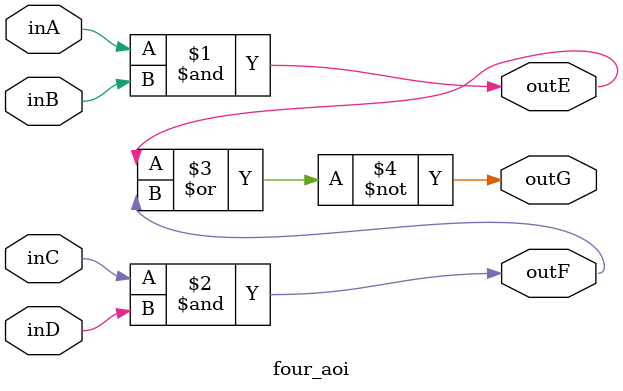
<source format=v>
`timescale 1ns / 1ps

module four_aoi(inA, inB, inC, inD, outE, outF, outG);

input inA, inB, inC, inD;
output outE, outF, outG;

assign outE = inA & inB;
assign outF = inC & inD;
assign outG = ~(outE | outF);

endmodule
</source>
